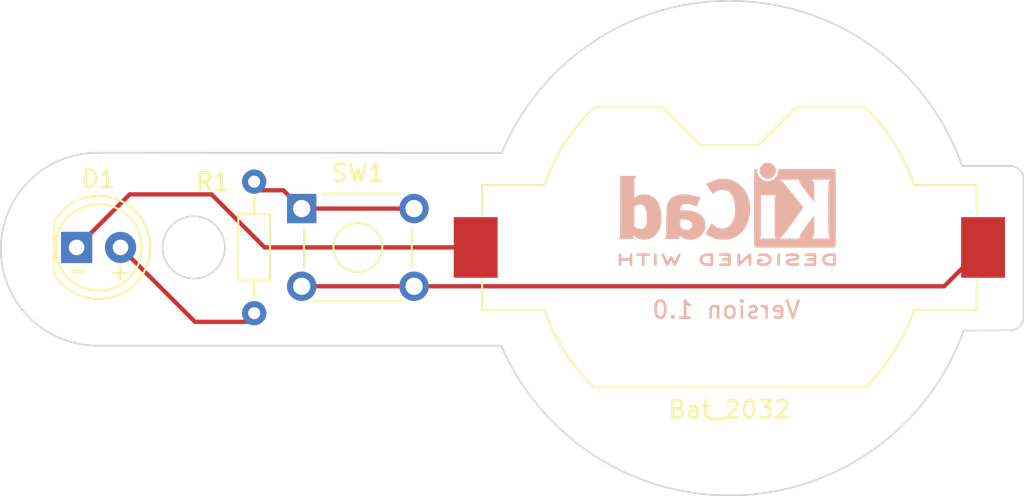
<source format=kicad_pcb>
(kicad_pcb (version 20240108) (generator "pcbnew") (generator_version "8.0")
  (title_block (title "LED Torch") (date "2024-12-01") (rev "1") (company "Ibrahim Okur"))
  (layers (0 "F.Cu" signal) (31 "B.Cu" signal) (34 "B.Paste" user) (35 "F.Paste" user) (36 "B.SilkS" user "B.Silkscreen") (37 "F.SilkS" user "F.Silkscreen") (38 "B.Mask" user) (39 "F.Mask" user) (44 "Edge.Cuts" user))
  (net 0 "")
  (net 1 "Net-(BT1--)")
  (net 2 "Net-(BT1-+)")
  (net 3 "Net-(D1-A)")
  (net 4 "Net-(SW1A-A)")
  (footprint "Resistor_THT:R_Axial_DIN0204_L3.6mm_D1.6mm_P7.62mm_Horizontal" (layer "F.Cu") (at 68 65.81 90)
    (property "Reference" "R1" (at 7.61 -2.4 0) (layer "F.SilkS"))
    (property "Value" "R")
    (pad "1" thru_hole circle (at 0 0 90) (size 1.4 1.4) (drill 0.7) (layers "*.Cu" "*.Mask") (net 3 "Net-(D1-A)"))
    (pad "2" thru_hole oval (at 7.62 0 90) (size 1.4 1.4) (drill 0.7) (layers "*.Cu" "*.Mask") (net 4 "Net-(SW1A-A)"))
  )
  (footprint "LED_THT:LED_D5.0mm" (layer "F.Cu") (at 57.725 62)
    (property "Reference" "D1" (at 1.27 -3.96 0) (layer "F.SilkS"))
    (property "Value" "LED")
    (pad "1" thru_hole rect (at 0 0) (size 1.8 1.8) (drill 0.9) (layers "*.Cu" "*.Mask") (net 1 "Net-(BT1--)"))
    (pad "2" thru_hole circle (at 2.54 0) (size 1.8 1.8) (drill 0.9) (layers "*.Cu" "*.Mask") (net 3 "Net-(D1-A)"))
  )
  (footprint "Button_Switch_THT:SW_TH_Tactile_Omron_B3F-10xx" (layer "F.Cu") (at 70.75 59.75)
    (property "Reference" "SW1" (at 3.25 -2.05 0) (layer "F.SilkS"))
    (property "Value" "SW_DPST_x2")
    (pad "1" thru_hole rect (at 0 0) (size 1.7 1.7) (drill 1) (layers "*.Cu" "*.Mask") (net 4 "Net-(SW1A-A)"))
    (pad "1" thru_hole circle (at 6.5 0) (size 1.7 1.7) (drill 1) (layers "*.Cu" "*.Mask") (net 4 "Net-(SW1A-A)"))
    (pad "2" thru_hole circle (at 0 4.5) (size 1.7 1.7) (drill 1) (layers "*.Cu" "*.Mask") (net 2 "Net-(BT1-+)"))
    (pad "2" thru_hole circle (at 6.5 4.5) (size 1.7 1.7) (drill 1) (layers "*.Cu" "*.Mask") (net 2 "Net-(BT1-+)"))
  )
  (footprint "Battery:BatteryHolder_Keystone_1058_1x2032" (layer "F.Cu") (at 95.5 62 180)
    (property "Reference" "BT1" (hide yes))
    (property "Value" "Bat_2032" (at 0 -9.398 0) (layer "F.SilkS"))
    (pad "1" smd rect (at -14.68 0 180) (size 2.54 3.51) (layers "F.Cu" "F.Paste" "F.Mask") (net 2 "Net-(BT1-+)"))
    (pad "2" smd rect (at 14.68 0 180) (size 2.54 3.51) (layers "F.Cu" "F.Paste" "F.Mask") (net 1 "Net-(BT1--)"))
  )
  (footprint "Symbol:KiCad-Logo2_5mm_SilkScreen" (layer "B.Cu") (at 95.377 60.071 180)
    (property "Reference" "REF**" (hide yes))
    (property "Value" "KiCad-Logo2_5mm_SilkScreen" (hide yes))
  )
  (gr_arc (start 58.928 67.691) (mid 53.34 62.103) (end 58.928 56.515) (stroke (width 0.1)) (layer "Edge.Cuts"))
  (gr_arc (start 109.055524 66.820449) (mid 95.971939 76.359794) (end 82.296 67.691) (stroke (width 0.1)) (layer "Edge.Cuts"))
  (gr_line (start 108.966 57.277) (end 111.76 57.277) (stroke (width 0.1)) (layer "Edge.Cuts"))
  (gr_line (start 112.522 66.04) (end 112.522 64.135) (stroke (width 0.1)) (layer "Edge.Cuts"))
  (gr_circle (center 64.5 62) (end 65.5 63.5) (stroke (width 0.1)) (fill none) (layer "Edge.Cuts"))
  (gr_line (start 58.928 56.515) (end 82.327324 56.527952) (stroke (width 0.1)) (layer "Edge.Cuts"))
  (gr_arc (start 112.522 66.04) (mid 112.298815 66.578815) (end 111.76 66.802) (stroke (width 0.1)) (layer "Edge.Cuts"))
  (gr_line (start 109.055524 66.820449) (end 111.76 66.802) (stroke (width 0.1)) (layer "Edge.Cuts"))
  (gr_line (start 112.522 62.103) (end 112.522 58.801) (stroke (width 0.1)) (layer "Edge.Cuts"))
  (gr_line (start 112.522 58.801) (end 112.522 58.039) (stroke (width 0.1)) (layer "Edge.Cuts"))
  (gr_arc (start 111.76 57.277) (mid 112.298815 57.500185) (end 112.522 58.039) (stroke (width 0.1)) (layer "Edge.Cuts"))
  (gr_line (start 112.522 64.135) (end 112.522 62.103) (stroke (width 0.1)) (layer "Edge.Cuts"))
  (gr_line (start 58.928 67.691) (end 82.296 67.691) (stroke (width 0.1)) (layer "Edge.Cuts"))
  (gr_arc (start 82.327324 56.527952) (mid 95.904775 47.723092) (end 108.965999 57.277) (stroke (width 0.1)) (layer "Edge.Cuts"))
  (gr_text "Version 1.0" (at 99.7 66.2 0) (layer "B.SilkS") (effects (font (size 1 1)) (justify left bottom mirror)))
  (gr_text "+" (at 59.5 64 0) (layer "F.SilkS") (effects (font (size 1 1)) (justify left bottom)))
  (gr_text "-" (at 57.1 63.9 0) (layer "F.SilkS") (effects (font (size 1 1)) (justify left bottom)))
  (segment (start 60.797 58.928) (end 57.725 62) (width 0.25) (layer "F.Cu") (net 1))
  (segment (start 80.82 62) (end 68.604 62) (width 0.25) (layer "F.Cu") (net 1))
  (segment (start 65.532 58.928) (end 60.797 58.928) (width 0.25) (layer "F.Cu") (net 1))
  (segment (start 68.604 62) (end 65.532 58.928) (width 0.25) (layer "F.Cu") (net 1))
  (segment (start 77.25 64.25) (end 107.93 64.25) (width 0.25) (layer "F.Cu") (net 2))
  (segment (start 107.93 64.25) (end 110.18 62) (width 0.25) (layer "F.Cu") (net 2))
  (segment (start 70.75 64.25) (end 77.25 64.25) (width 0.25) (layer "F.Cu") (net 2))
  (segment (start 64.575 66.31) (end 60.265 62) (width 0.25) (layer "F.Cu") (net 3))
  (segment (start 68 66.31) (end 64.575 66.31) (width 0.25) (layer "F.Cu") (net 3))
  (segment (start 70.75 59.75) (end 77.25 59.75) (width 0.25) (layer "F.Cu") (net 4))
  (segment (start 69.69 58.69) (end 70.75 59.75) (width 0.25) (layer "F.Cu") (net 4))
  (segment (start 68 58.69) (end 69.69 58.69) (width 0.25) (layer "F.Cu") (net 4))
)
</source>
